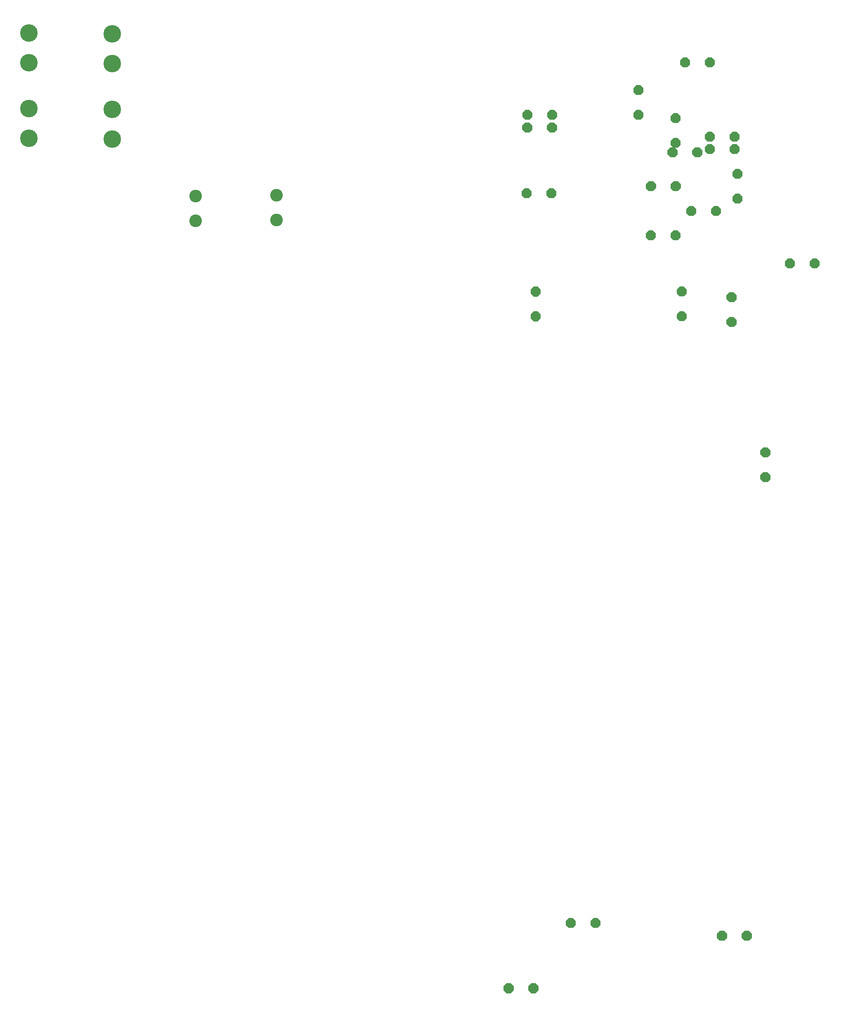
<source format=gbr>
%FSLAX34Y34*%
%MOMM*%
%LNSOLDERMASK_TOP*%
G71*
G01*
%ADD10C,3.600*%
%ADD11C,2.600*%
%LPD*%
X338100Y-138640D02*
G54D10*
D03*
X338100Y-199640D02*
G54D10*
D03*
X338100Y-293640D02*
G54D10*
D03*
X338100Y-354640D02*
G54D10*
D03*
X167266Y-136616D02*
G54D10*
D03*
X167266Y-197616D02*
G54D10*
D03*
X167266Y-291615D02*
G54D10*
D03*
X167266Y-352615D02*
G54D10*
D03*
X675449Y-520132D02*
G54D11*
D03*
X675449Y-469132D02*
G54D11*
D03*
X509020Y-471113D02*
G54D11*
D03*
X509020Y-522113D02*
G54D11*
D03*
G36*
X1250875Y-308933D02*
X1244879Y-314929D01*
X1236371Y-314929D01*
X1230375Y-308933D01*
X1230375Y-300425D01*
X1236371Y-294429D01*
X1244879Y-294429D01*
X1250875Y-300425D01*
X1250875Y-308933D01*
G37*
G36*
X1200075Y-308933D02*
X1194079Y-314929D01*
X1185571Y-314929D01*
X1179575Y-308933D01*
X1179575Y-300425D01*
X1185571Y-294429D01*
X1194079Y-294429D01*
X1200075Y-300425D01*
X1200075Y-308933D01*
G37*
G36*
X1250664Y-334983D02*
X1244668Y-340979D01*
X1236160Y-340979D01*
X1230164Y-334983D01*
X1230164Y-326475D01*
X1236160Y-320479D01*
X1244668Y-320479D01*
X1250664Y-326475D01*
X1250664Y-334983D01*
G37*
G36*
X1199864Y-334983D02*
X1193868Y-340979D01*
X1185360Y-340979D01*
X1179364Y-334983D01*
X1179364Y-326475D01*
X1185360Y-320479D01*
X1193868Y-320479D01*
X1199864Y-326475D01*
X1199864Y-334983D01*
G37*
G36*
X1249090Y-469334D02*
X1243094Y-475330D01*
X1234586Y-475330D01*
X1228590Y-469334D01*
X1228590Y-460826D01*
X1234586Y-454830D01*
X1243094Y-454830D01*
X1249090Y-460826D01*
X1249090Y-469334D01*
G37*
G36*
X1198290Y-469334D02*
X1192294Y-475330D01*
X1183786Y-475330D01*
X1177790Y-469334D01*
X1177790Y-460826D01*
X1183786Y-454830D01*
X1192294Y-454830D01*
X1198290Y-460826D01*
X1198290Y-469334D01*
G37*
G36*
X1574601Y-201027D02*
X1568605Y-207023D01*
X1560097Y-207023D01*
X1554101Y-201027D01*
X1554101Y-192519D01*
X1560097Y-186523D01*
X1568605Y-186523D01*
X1574601Y-192519D01*
X1574601Y-201027D01*
G37*
G36*
X1523801Y-201027D02*
X1517805Y-207023D01*
X1509297Y-207023D01*
X1503301Y-201027D01*
X1503301Y-192519D01*
X1509297Y-186523D01*
X1517805Y-186523D01*
X1523801Y-192519D01*
X1523801Y-201027D01*
G37*
G36*
X1489835Y-372127D02*
X1483839Y-366131D01*
X1483839Y-357623D01*
X1489835Y-351627D01*
X1498343Y-351627D01*
X1504339Y-357623D01*
X1504339Y-366131D01*
X1498343Y-372127D01*
X1489835Y-372127D01*
G37*
G36*
X1489835Y-321327D02*
X1483839Y-315331D01*
X1483839Y-306823D01*
X1489835Y-300827D01*
X1498343Y-300827D01*
X1504339Y-306823D01*
X1504339Y-315331D01*
X1498343Y-321327D01*
X1489835Y-321327D01*
G37*
G36*
X1413650Y-314818D02*
X1407654Y-308822D01*
X1407654Y-300314D01*
X1413650Y-294318D01*
X1422158Y-294318D01*
X1428154Y-300314D01*
X1428154Y-308822D01*
X1422158Y-314818D01*
X1413650Y-314818D01*
G37*
G36*
X1413650Y-264018D02*
X1407654Y-258022D01*
X1407654Y-249514D01*
X1413650Y-243518D01*
X1422158Y-243518D01*
X1428154Y-249514D01*
X1428154Y-258022D01*
X1422158Y-264018D01*
X1413650Y-264018D01*
G37*
G36*
X1553886Y-370280D02*
X1559882Y-364284D01*
X1568390Y-364284D01*
X1574386Y-370280D01*
X1574386Y-378788D01*
X1568390Y-384784D01*
X1559882Y-384784D01*
X1553886Y-378788D01*
X1553886Y-370280D01*
G37*
G36*
X1604686Y-370280D02*
X1610682Y-364284D01*
X1619190Y-364284D01*
X1625186Y-370280D01*
X1625186Y-378788D01*
X1619190Y-384784D01*
X1610682Y-384784D01*
X1604686Y-378788D01*
X1604686Y-370280D01*
G37*
G36*
X1553727Y-345082D02*
X1559723Y-339086D01*
X1568231Y-339086D01*
X1574227Y-345082D01*
X1574227Y-353590D01*
X1568231Y-359586D01*
X1559723Y-359586D01*
X1553727Y-353590D01*
X1553727Y-345082D01*
G37*
G36*
X1604527Y-345082D02*
X1610523Y-339086D01*
X1619031Y-339086D01*
X1625027Y-345082D01*
X1625027Y-353590D01*
X1619031Y-359586D01*
X1610523Y-359586D01*
X1604527Y-353590D01*
X1604527Y-345082D01*
G37*
G36*
X1477341Y-376936D02*
X1483337Y-370940D01*
X1491845Y-370940D01*
X1497841Y-376936D01*
X1497841Y-385444D01*
X1491845Y-391440D01*
X1483337Y-391440D01*
X1477341Y-385444D01*
X1477341Y-376936D01*
G37*
G36*
X1528140Y-376936D02*
X1534136Y-370940D01*
X1542644Y-370940D01*
X1548640Y-376936D01*
X1548640Y-385444D01*
X1542644Y-391440D01*
X1534136Y-391440D01*
X1528140Y-385444D01*
X1528140Y-376936D01*
G37*
G36*
X1515534Y-497063D02*
X1521530Y-491067D01*
X1530038Y-491067D01*
X1536034Y-497063D01*
X1536034Y-505571D01*
X1530038Y-511567D01*
X1521530Y-511567D01*
X1515534Y-505571D01*
X1515534Y-497063D01*
G37*
G36*
X1566334Y-497063D02*
X1572330Y-491067D01*
X1580838Y-491067D01*
X1586834Y-497063D01*
X1586834Y-505571D01*
X1580838Y-511567D01*
X1572330Y-511567D01*
X1566334Y-505571D01*
X1566334Y-497063D01*
G37*
G36*
X1625054Y-415178D02*
X1631050Y-421174D01*
X1631050Y-429682D01*
X1625054Y-435678D01*
X1616546Y-435678D01*
X1610550Y-429682D01*
X1610550Y-421174D01*
X1616546Y-415178D01*
X1625054Y-415178D01*
G37*
G36*
X1625054Y-465978D02*
X1631050Y-471974D01*
X1631050Y-480482D01*
X1625054Y-486478D01*
X1616546Y-486478D01*
X1610550Y-480482D01*
X1610550Y-471974D01*
X1616546Y-465978D01*
X1625054Y-465978D01*
G37*
G36*
X1433266Y-446526D02*
X1439262Y-440530D01*
X1447770Y-440530D01*
X1453766Y-446526D01*
X1453766Y-455034D01*
X1447770Y-461030D01*
X1439262Y-461030D01*
X1433266Y-455034D01*
X1433266Y-446526D01*
G37*
G36*
X1484066Y-446526D02*
X1490062Y-440530D01*
X1498570Y-440530D01*
X1504566Y-446526D01*
X1504566Y-455034D01*
X1498570Y-461030D01*
X1490062Y-461030D01*
X1484066Y-455034D01*
X1484066Y-446526D01*
G37*
G36*
X1432918Y-547571D02*
X1438914Y-541575D01*
X1447422Y-541575D01*
X1453418Y-547571D01*
X1453418Y-556079D01*
X1447422Y-562075D01*
X1438914Y-562075D01*
X1432918Y-556079D01*
X1432918Y-547571D01*
G37*
G36*
X1483717Y-547571D02*
X1489713Y-541575D01*
X1498221Y-541575D01*
X1504217Y-547571D01*
X1504217Y-556079D01*
X1498221Y-562075D01*
X1489713Y-562075D01*
X1483717Y-556079D01*
X1483717Y-547571D01*
G37*
G36*
X1510996Y-656684D02*
X1516992Y-662680D01*
X1516992Y-671188D01*
X1510996Y-677184D01*
X1502488Y-677184D01*
X1496492Y-671188D01*
X1496492Y-662680D01*
X1502488Y-656684D01*
X1510996Y-656684D01*
G37*
G36*
X1510996Y-707484D02*
X1516992Y-713480D01*
X1516992Y-721988D01*
X1510996Y-727984D01*
X1502488Y-727984D01*
X1496492Y-721988D01*
X1496492Y-713480D01*
X1502488Y-707484D01*
X1510996Y-707484D01*
G37*
G36*
X1612925Y-668672D02*
X1618921Y-674668D01*
X1618921Y-683176D01*
X1612925Y-689172D01*
X1604417Y-689172D01*
X1598421Y-683176D01*
X1598421Y-674668D01*
X1604417Y-668672D01*
X1612925Y-668672D01*
G37*
G36*
X1612925Y-719472D02*
X1618921Y-725468D01*
X1618921Y-733976D01*
X1612925Y-739972D01*
X1604417Y-739972D01*
X1598421Y-733976D01*
X1598421Y-725468D01*
X1604417Y-719472D01*
X1612925Y-719472D01*
G37*
G36*
X1718514Y-604717D02*
X1724510Y-598721D01*
X1733018Y-598721D01*
X1739014Y-604717D01*
X1739014Y-613225D01*
X1733018Y-619221D01*
X1724510Y-619221D01*
X1718514Y-613225D01*
X1718514Y-604717D01*
G37*
G36*
X1769313Y-604717D02*
X1775309Y-598721D01*
X1783817Y-598721D01*
X1789813Y-604717D01*
X1789813Y-613225D01*
X1783817Y-619221D01*
X1775309Y-619221D01*
X1769313Y-613225D01*
X1769313Y-604717D01*
G37*
G36*
X1211353Y-656852D02*
X1217349Y-662848D01*
X1217349Y-671356D01*
X1211353Y-677352D01*
X1202845Y-677352D01*
X1196849Y-671356D01*
X1196849Y-662848D01*
X1202845Y-656852D01*
X1211353Y-656852D01*
G37*
G36*
X1211353Y-707652D02*
X1217349Y-713648D01*
X1217349Y-722156D01*
X1211353Y-728152D01*
X1202845Y-728152D01*
X1196849Y-722156D01*
X1196849Y-713648D01*
X1202845Y-707652D01*
X1211353Y-707652D01*
G37*
G36*
X1682339Y-986504D02*
X1688335Y-992500D01*
X1688335Y-1001008D01*
X1682339Y-1007004D01*
X1673831Y-1007004D01*
X1667835Y-1001008D01*
X1667835Y-992500D01*
X1673831Y-986504D01*
X1682339Y-986504D01*
G37*
G36*
X1682339Y-1037304D02*
X1688335Y-1043300D01*
X1688335Y-1051808D01*
X1682339Y-1057804D01*
X1673831Y-1057804D01*
X1667835Y-1051808D01*
X1667835Y-1043300D01*
X1673831Y-1037304D01*
X1682339Y-1037304D01*
G37*
G36*
X1650227Y-1992781D02*
X1644231Y-1998777D01*
X1635723Y-1998777D01*
X1629727Y-1992781D01*
X1629727Y-1984273D01*
X1635723Y-1978277D01*
X1644231Y-1978277D01*
X1650227Y-1984273D01*
X1650227Y-1992781D01*
G37*
G36*
X1599428Y-1992780D02*
X1593432Y-1998776D01*
X1584924Y-1998776D01*
X1578928Y-1992780D01*
X1578928Y-1984272D01*
X1584924Y-1978276D01*
X1593432Y-1978276D01*
X1599428Y-1984272D01*
X1599428Y-1992780D01*
G37*
G36*
X1339587Y-1966619D02*
X1333591Y-1972615D01*
X1325083Y-1972615D01*
X1319087Y-1966619D01*
X1319087Y-1958111D01*
X1325083Y-1952115D01*
X1333591Y-1952115D01*
X1339587Y-1958111D01*
X1339587Y-1966619D01*
G37*
G36*
X1288787Y-1966619D02*
X1282791Y-1972615D01*
X1274283Y-1972615D01*
X1268287Y-1966619D01*
X1268287Y-1958111D01*
X1274283Y-1952115D01*
X1282791Y-1952115D01*
X1288787Y-1958111D01*
X1288787Y-1966619D01*
G37*
G36*
X1212573Y-2100556D02*
X1206577Y-2106552D01*
X1198069Y-2106552D01*
X1192073Y-2100556D01*
X1192073Y-2092048D01*
X1198069Y-2086052D01*
X1206577Y-2086052D01*
X1212573Y-2092048D01*
X1212573Y-2100556D01*
G37*
G36*
X1161774Y-2100556D02*
X1155778Y-2106552D01*
X1147270Y-2106552D01*
X1141274Y-2100556D01*
X1141274Y-2092048D01*
X1147270Y-2086052D01*
X1155778Y-2086052D01*
X1161774Y-2092048D01*
X1161774Y-2100556D01*
G37*
M02*

</source>
